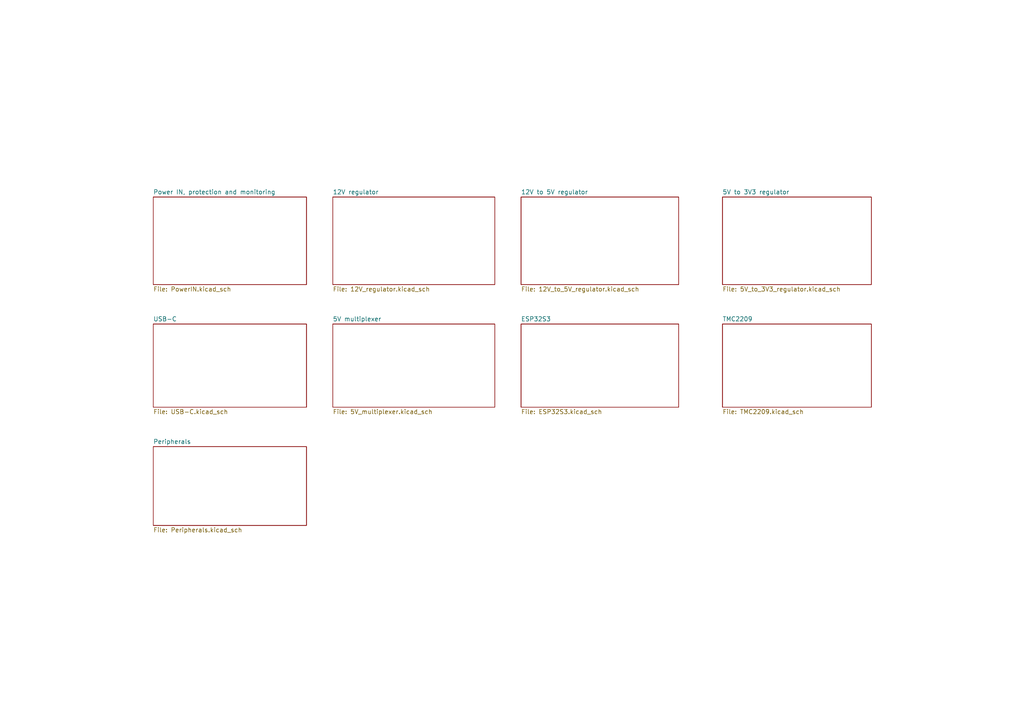
<source format=kicad_sch>
(kicad_sch
	(version 20250114)
	(generator "eeschema")
	(generator_version "9.0")
	(uuid "c978ef74-ad4b-4bd0-81cb-39647b7420fd")
	(paper "A4")
	(lib_symbols)
	(sheet
		(at 96.52 57.15)
		(size 46.99 25.4)
		(exclude_from_sim no)
		(in_bom yes)
		(on_board yes)
		(dnp no)
		(fields_autoplaced yes)
		(stroke
			(width 0.1524)
			(type solid)
		)
		(fill
			(color 0 0 0 0.0000)
		)
		(uuid "05f3eb96-1157-4f41-acfa-db6ac150fc34")
		(property "Sheetname" "12V regulator"
			(at 96.52 56.4384 0)
			(effects
				(font
					(size 1.27 1.27)
				)
				(justify left bottom)
			)
		)
		(property "Sheetfile" "12V_regulator.kicad_sch"
			(at 96.52 83.1346 0)
			(effects
				(font
					(size 1.27 1.27)
				)
				(justify left top)
			)
		)
		(instances
			(project "Navigator S1"
				(path "/c978ef74-ad4b-4bd0-81cb-39647b7420fd"
					(page "3")
				)
			)
		)
	)
	(sheet
		(at 44.45 129.54)
		(size 44.45 22.86)
		(exclude_from_sim no)
		(in_bom yes)
		(on_board yes)
		(dnp no)
		(fields_autoplaced yes)
		(stroke
			(width 0.1524)
			(type solid)
		)
		(fill
			(color 0 0 0 0.0000)
		)
		(uuid "51f7b928-65fd-4887-9458-c3e4fa92fe2d")
		(property "Sheetname" "Peripherals"
			(at 44.45 128.8284 0)
			(effects
				(font
					(size 1.27 1.27)
				)
				(justify left bottom)
			)
		)
		(property "Sheetfile" "Peripherals.kicad_sch"
			(at 44.45 152.9846 0)
			(effects
				(font
					(size 1.27 1.27)
				)
				(justify left top)
			)
		)
		(instances
			(project "Navigator S1"
				(path "/c978ef74-ad4b-4bd0-81cb-39647b7420fd"
					(page "10")
				)
			)
		)
	)
	(sheet
		(at 44.45 93.98)
		(size 44.45 24.13)
		(exclude_from_sim no)
		(in_bom yes)
		(on_board yes)
		(dnp no)
		(fields_autoplaced yes)
		(stroke
			(width 0.1524)
			(type solid)
		)
		(fill
			(color 0 0 0 0.0000)
		)
		(uuid "55ce5235-4dce-41e9-ac83-d3eb35132350")
		(property "Sheetname" "USB-C"
			(at 44.45 93.2684 0)
			(effects
				(font
					(size 1.27 1.27)
				)
				(justify left bottom)
			)
		)
		(property "Sheetfile" "USB-C.kicad_sch"
			(at 44.45 118.6946 0)
			(effects
				(font
					(size 1.27 1.27)
				)
				(justify left top)
			)
		)
		(instances
			(project "Navigator S1"
				(path "/c978ef74-ad4b-4bd0-81cb-39647b7420fd"
					(page "6")
				)
			)
		)
	)
	(sheet
		(at 209.55 93.98)
		(size 43.18 24.13)
		(exclude_from_sim no)
		(in_bom yes)
		(on_board yes)
		(dnp no)
		(fields_autoplaced yes)
		(stroke
			(width 0.1524)
			(type solid)
		)
		(fill
			(color 0 0 0 0.0000)
		)
		(uuid "597e355c-94e8-4d33-823e-4b2bcbc66d21")
		(property "Sheetname" "TMC2209"
			(at 209.55 93.2684 0)
			(effects
				(font
					(size 1.27 1.27)
				)
				(justify left bottom)
			)
		)
		(property "Sheetfile" "TMC2209.kicad_sch"
			(at 209.55 118.6946 0)
			(effects
				(font
					(size 1.27 1.27)
				)
				(justify left top)
			)
		)
		(instances
			(project "Navigator S1"
				(path "/c978ef74-ad4b-4bd0-81cb-39647b7420fd"
					(page "9")
				)
			)
		)
	)
	(sheet
		(at 209.55 57.15)
		(size 43.18 25.4)
		(exclude_from_sim no)
		(in_bom yes)
		(on_board yes)
		(dnp no)
		(fields_autoplaced yes)
		(stroke
			(width 0.1524)
			(type solid)
		)
		(fill
			(color 0 0 0 0.0000)
		)
		(uuid "59d14d1d-609b-46a8-b3f7-fcee6ec594dd")
		(property "Sheetname" "5V to 3V3 regulator"
			(at 209.55 56.4384 0)
			(effects
				(font
					(size 1.27 1.27)
				)
				(justify left bottom)
			)
		)
		(property "Sheetfile" "5V_to_3V3_regulator.kicad_sch"
			(at 209.55 83.1346 0)
			(effects
				(font
					(size 1.27 1.27)
				)
				(justify left top)
			)
		)
		(instances
			(project "Navigator S1"
				(path "/c978ef74-ad4b-4bd0-81cb-39647b7420fd"
					(page "5")
				)
			)
		)
	)
	(sheet
		(at 96.52 93.98)
		(size 46.99 24.13)
		(exclude_from_sim no)
		(in_bom yes)
		(on_board yes)
		(dnp no)
		(fields_autoplaced yes)
		(stroke
			(width 0.1524)
			(type solid)
		)
		(fill
			(color 0 0 0 0.0000)
		)
		(uuid "a1a27e45-374d-4f86-8ed9-0e480de85c95")
		(property "Sheetname" "5V multiplexer"
			(at 96.52 93.2684 0)
			(effects
				(font
					(size 1.27 1.27)
				)
				(justify left bottom)
			)
		)
		(property "Sheetfile" "5V_multiplexer.kicad_sch"
			(at 96.52 118.6946 0)
			(effects
				(font
					(size 1.27 1.27)
				)
				(justify left top)
			)
		)
		(instances
			(project "Navigator S1"
				(path "/c978ef74-ad4b-4bd0-81cb-39647b7420fd"
					(page "7")
				)
			)
		)
	)
	(sheet
		(at 44.45 57.15)
		(size 44.45 25.4)
		(exclude_from_sim no)
		(in_bom yes)
		(on_board yes)
		(dnp no)
		(fields_autoplaced yes)
		(stroke
			(width 0.1524)
			(type solid)
		)
		(fill
			(color 0 0 0 0.0000)
		)
		(uuid "c16e2143-82a2-46cd-8ab3-14f654996ee5")
		(property "Sheetname" "Power IN, protection and monitoring"
			(at 44.45 56.4384 0)
			(effects
				(font
					(size 1.27 1.27)
				)
				(justify left bottom)
			)
		)
		(property "Sheetfile" "PowerIN.kicad_sch"
			(at 44.45 83.1346 0)
			(effects
				(font
					(size 1.27 1.27)
				)
				(justify left top)
			)
		)
		(instances
			(project "Navigator S1"
				(path "/c978ef74-ad4b-4bd0-81cb-39647b7420fd"
					(page "2")
				)
			)
		)
	)
	(sheet
		(at 151.13 57.15)
		(size 45.72 25.4)
		(exclude_from_sim no)
		(in_bom yes)
		(on_board yes)
		(dnp no)
		(fields_autoplaced yes)
		(stroke
			(width 0.1524)
			(type solid)
		)
		(fill
			(color 0 0 0 0.0000)
		)
		(uuid "d13705c9-d58a-42ee-969f-63a5d36ccc32")
		(property "Sheetname" "12V to 5V regulator"
			(at 151.13 56.4384 0)
			(effects
				(font
					(size 1.27 1.27)
				)
				(justify left bottom)
			)
		)
		(property "Sheetfile" "12V_to_5V_regulator.kicad_sch"
			(at 151.13 83.1346 0)
			(effects
				(font
					(size 1.27 1.27)
				)
				(justify left top)
			)
		)
		(instances
			(project "Navigator S1"
				(path "/c978ef74-ad4b-4bd0-81cb-39647b7420fd"
					(page "4")
				)
			)
		)
	)
	(sheet
		(at 151.13 93.98)
		(size 45.72 24.13)
		(exclude_from_sim no)
		(in_bom yes)
		(on_board yes)
		(dnp no)
		(fields_autoplaced yes)
		(stroke
			(width 0.1524)
			(type solid)
		)
		(fill
			(color 0 0 0 0.0000)
		)
		(uuid "d4a927e7-c2b4-46f6-be77-95cc1b58fb3a")
		(property "Sheetname" "ESP32S3"
			(at 151.13 93.2684 0)
			(effects
				(font
					(size 1.27 1.27)
				)
				(justify left bottom)
			)
		)
		(property "Sheetfile" "ESP32S3.kicad_sch"
			(at 151.13 118.6946 0)
			(effects
				(font
					(size 1.27 1.27)
				)
				(justify left top)
			)
		)
		(instances
			(project "Navigator S1"
				(path "/c978ef74-ad4b-4bd0-81cb-39647b7420fd"
					(page "8")
				)
			)
		)
	)
	(sheet_instances
		(path "/"
			(page "1")
		)
	)
	(embedded_fonts no)
)

</source>
